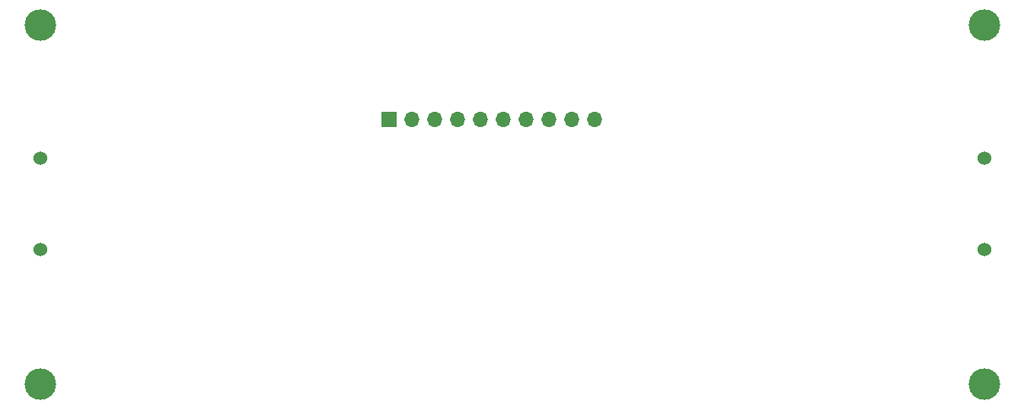
<source format=gbr>
G04 #@! TF.FileFunction,Soldermask,Bot*
%FSLAX46Y46*%
G04 Gerber Fmt 4.6, Leading zero omitted, Abs format (unit mm)*
G04 Created by KiCad (PCBNEW 4.0.7) date Sunday, December 31, 2017 'PMt' 04:52:57 PM*
%MOMM*%
%LPD*%
G01*
G04 APERTURE LIST*
%ADD10C,0.100000*%
%ADD11R,1.700000X1.700000*%
%ADD12O,1.700000X1.700000*%
%ADD13C,1.524000*%
%ADD14C,3.500000*%
G04 APERTURE END LIST*
D10*
D11*
X113760000Y-105500000D03*
D12*
X116300000Y-105500000D03*
X118840000Y-105500000D03*
X121380000Y-105500000D03*
X123920000Y-105500000D03*
X126460000Y-105500000D03*
X129000000Y-105500000D03*
X131540000Y-105500000D03*
X134080000Y-105500000D03*
X136620000Y-105500000D03*
D13*
X75000000Y-120000000D03*
X75000000Y-109840000D03*
X180000000Y-120000000D03*
X180000000Y-109840000D03*
D14*
X75000000Y-95000000D03*
X75000000Y-135000000D03*
X180000000Y-135000000D03*
X180000000Y-95000000D03*
M02*

</source>
